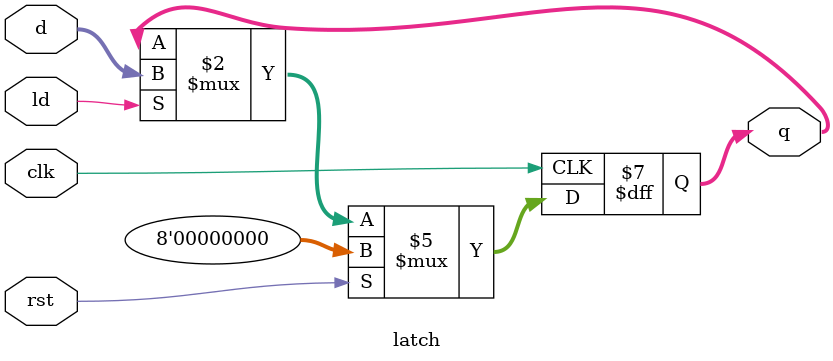
<source format=v>
`timescale 1ns / 1ps

module latch(clk, rst, ld, d, q);
  parameter WIDTH = 8;

  input clk, rst, ld;
  input [WIDTH-1:0] d;
  output reg [WIDTH-1:0] q;

always @(posedge clk) begin
  if (rst)
    q <= 0;
  else if (ld)
    q <= d;
end
endmodule
</source>
